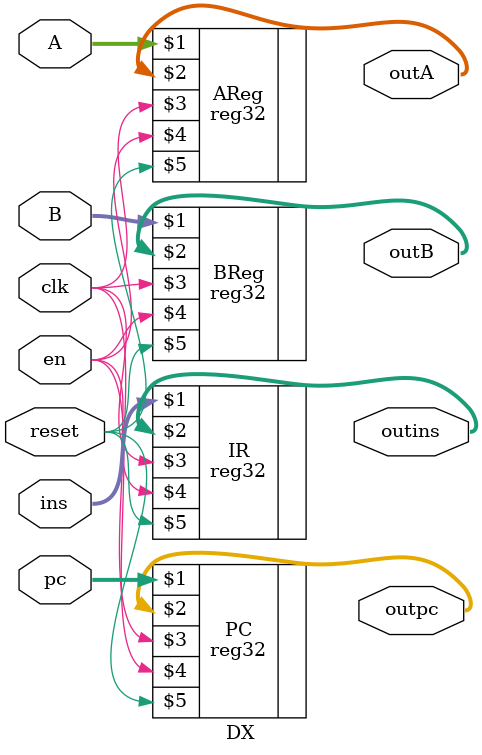
<source format=v>
module DX(ins, pc, A, B, clk, reset, en, outins, outpc, outA, outB);

input [31:0] ins, pc, A, B; 
input clk, reset, en; 

output [31:0] outpc, outins, outA, outB; 


reg32 PC(pc, outpc, clk, en, reset);
reg32 IR(ins, outins, clk, en, reset);
reg32 AReg(A,outA, clk, en, reset); 
reg32 BReg(B, outB, clk, en, reset); 


endmodule
</source>
